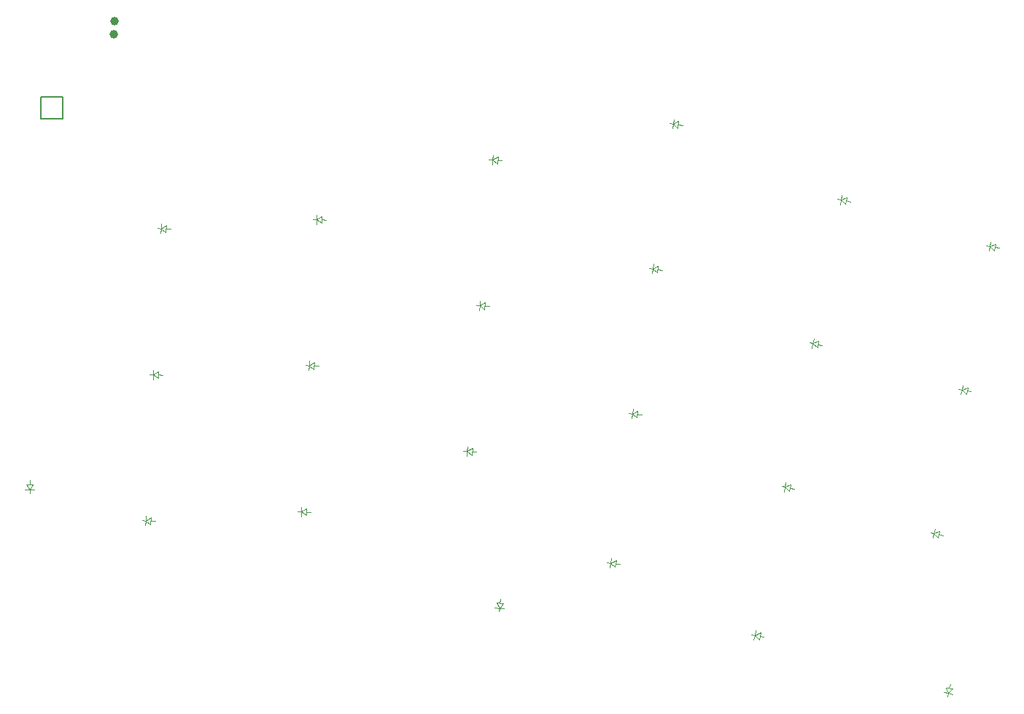
<source format=gbr>
%TF.GenerationSoftware,KiCad,Pcbnew,(6.0.9)*%
%TF.CreationDate,2022-11-07T09:36:57+01:00*%
%TF.ProjectId,itemun,6974656d-756e-42e6-9b69-6361645f7063,v1.0.0*%
%TF.SameCoordinates,Original*%
%TF.FileFunction,Legend,Bot*%
%TF.FilePolarity,Positive*%
%FSLAX46Y46*%
G04 Gerber Fmt 4.6, Leading zero omitted, Abs format (unit mm)*
G04 Created by KiCad (PCBNEW (6.0.9)) date 2022-11-07 09:36:57*
%MOMM*%
%LPD*%
G01*
G04 APERTURE LIST*
%ADD10C,0.100000*%
%ADD11C,0.150000*%
%ADD12C,1.000000*%
G04 APERTURE END LIST*
D10*
%TO.C,D23*%
X129576769Y-22453790D02*
X129036874Y-22348845D01*
X129298603Y-21788490D02*
X130083905Y-21941137D01*
X130083905Y-21941137D02*
X129576769Y-22453790D01*
X129500445Y-22846440D02*
X129576769Y-22453790D01*
X129691254Y-21864813D02*
X129786659Y-21374000D01*
X129576769Y-22453790D02*
X130116664Y-22558734D01*
X129576769Y-22453790D02*
X129298603Y-21788490D01*
%TO.C,D16*%
X117103369Y34890828D02*
X116998425Y34350933D01*
X116710719Y34967152D02*
X117103369Y34890828D01*
X117616022Y34383692D02*
X117103369Y34890828D01*
X117103369Y34890828D02*
X117208314Y35430723D01*
X117692346Y34776343D02*
X118183159Y34680938D01*
X117768669Y35168994D02*
X117616022Y34383692D01*
X117103369Y34890828D02*
X117768669Y35168994D01*
%TO.C,D5*%
X54079489Y-1327005D02*
X54478941Y-1347939D01*
X54478941Y-1347939D02*
X55099053Y-979889D01*
X55099053Y-979889D02*
X55057184Y-1778793D01*
X55057184Y-1778793D02*
X54478941Y-1347939D01*
X54478941Y-1347939D02*
X54450156Y-1897186D01*
X55078118Y-1379341D02*
X55577433Y-1405509D01*
X54478941Y-1347939D02*
X54507725Y-798693D01*
%TO.C,D2*%
X37019050Y-2035100D02*
X36977181Y-2834004D01*
X36998115Y-2434552D02*
X37497430Y-2460720D01*
X36977181Y-2834004D02*
X36398938Y-2403150D01*
X36398938Y-2403150D02*
X37019050Y-2035100D01*
X36398938Y-2403150D02*
X36427722Y-1853904D01*
X36398938Y-2403150D02*
X36370153Y-2952397D01*
X35999486Y-2382216D02*
X36398938Y-2403150D01*
%TO.C,D3*%
X37288649Y14573552D02*
X37259864Y14024305D01*
X37908761Y14941602D02*
X37866892Y14142698D01*
X37866892Y14142698D02*
X37288649Y14573552D01*
X37288649Y14573552D02*
X37908761Y14941602D01*
X37288649Y14573552D02*
X37317433Y15122798D01*
X37887826Y14542150D02*
X38387141Y14515982D01*
X36889197Y14594486D02*
X37288649Y14573552D01*
%TO.C,D7*%
X56258364Y32605466D02*
X56287148Y33154712D01*
X56258364Y32605466D02*
X56878476Y32973516D01*
X56258364Y32605466D02*
X56229579Y32056219D01*
X56857541Y32574064D02*
X57356856Y32547896D01*
X55858912Y32626400D02*
X56258364Y32605466D01*
X56878476Y32973516D02*
X56836607Y32174612D01*
X56836607Y32174612D02*
X56258364Y32605466D01*
%TO.C,D9*%
X75777708Y22554092D02*
X76275805Y22510514D01*
X75179991Y22606386D02*
X75227927Y23154293D01*
X75812570Y22952570D02*
X75742845Y22155614D01*
X75742845Y22155614D02*
X75179991Y22606386D01*
X74781513Y22641248D02*
X75179991Y22606386D01*
X75179991Y22606386D02*
X75812570Y22952570D01*
X75179991Y22606386D02*
X75132055Y22058478D01*
%TO.C,D4*%
X38178360Y31550254D02*
X38207144Y32099500D01*
X38178360Y31550254D02*
X38149575Y31001007D01*
X38798472Y31918304D02*
X38756603Y31119400D01*
X38756603Y31119400D02*
X38178360Y31550254D01*
X38178360Y31550254D02*
X38798472Y31918304D01*
X37778908Y31571188D02*
X38178360Y31550254D01*
X38777537Y31518852D02*
X39276852Y31492684D01*
%TO.C,D18*%
X131147288Y12805349D02*
X131042344Y12265454D01*
X131736265Y12690864D02*
X132227078Y12595459D01*
X131147288Y12805349D02*
X131812588Y13083515D01*
X130754638Y12881673D02*
X131147288Y12805349D01*
X131659941Y12298213D02*
X131147288Y12805349D01*
X131147288Y12805349D02*
X131252233Y13345244D01*
X131812588Y13083515D02*
X131659941Y12298213D01*
%TO.C,D21*%
X90369544Y-7306127D02*
X90292999Y-7850775D01*
X90369544Y-7306127D02*
X91019374Y-6993524D01*
X89973437Y-7250458D02*
X90369544Y-7306127D01*
X90908036Y-7785739D02*
X90369544Y-7306127D01*
X91019374Y-6993524D02*
X90908036Y-7785739D01*
X90369544Y-7306127D02*
X90446089Y-6761480D01*
X90963705Y-7389631D02*
X91458839Y-7459218D01*
%TO.C,D8*%
X74330922Y6017260D02*
X74261197Y5220304D01*
X74261197Y5220304D02*
X73698343Y5671076D01*
X73698343Y5671076D02*
X74330922Y6017260D01*
X73698343Y5671076D02*
X73650407Y5123168D01*
X73698343Y5671076D02*
X73746279Y6218983D01*
X74296060Y5618782D02*
X74794157Y5575204D01*
X73299865Y5705938D02*
X73698343Y5671076D01*
%TO.C,D13*%
X98217011Y43625734D02*
X98712145Y43556147D01*
X97622850Y43709238D02*
X97699395Y44253885D01*
X98161342Y43229626D02*
X97622850Y43709238D01*
X97622850Y43709238D02*
X98272680Y44021841D01*
X97226743Y43764907D02*
X97622850Y43709238D01*
X98272680Y44021841D02*
X98161342Y43229626D01*
X97622850Y43709238D02*
X97546305Y43164590D01*
%TO.C,D22*%
X107769475Y-15413409D02*
X107616828Y-16198711D01*
X107104175Y-15691575D02*
X106999231Y-16231470D01*
X107104175Y-15691575D02*
X107769475Y-15413409D01*
X107104175Y-15691575D02*
X107209120Y-15151680D01*
X106711525Y-15615251D02*
X107104175Y-15691575D01*
X107616828Y-16198711D02*
X107104175Y-15691575D01*
X107693152Y-15806060D02*
X108183965Y-15901465D01*
%TO.C,D11*%
X92890964Y10040124D02*
X93540794Y10352727D01*
X92494857Y10095793D02*
X92890964Y10040124D01*
X93540794Y10352727D02*
X93429456Y9560512D01*
X93485125Y9956620D02*
X93980259Y9887033D01*
X93429456Y9560512D02*
X92890964Y10040124D01*
X92890964Y10040124D02*
X92967509Y10584771D01*
X92890964Y10040124D02*
X92814419Y9495476D01*
%TO.C,D19*%
X134980018Y29378526D02*
X135470831Y29283121D01*
X134903694Y28985875D02*
X134391041Y29493011D01*
X133998391Y29569335D02*
X134391041Y29493011D01*
X135056341Y29771177D02*
X134903694Y28985875D01*
X134391041Y29493011D02*
X135056341Y29771177D01*
X134391041Y29493011D02*
X134495986Y30032906D01*
X134391041Y29493011D02*
X134286097Y28953116D01*
%TO.C,D20*%
X77472254Y-12577283D02*
X78020162Y-12625219D01*
X77524548Y-11979566D02*
X77568126Y-11481469D01*
X77923026Y-12014429D02*
X77472254Y-12577283D01*
X77472254Y-12577283D02*
X77126070Y-11944704D01*
X77437392Y-12975761D02*
X77472254Y-12577283D01*
X77126070Y-11944704D02*
X77923026Y-12014429D01*
X77472254Y-12577283D02*
X76924347Y-12529347D01*
%TO.C,D12*%
X95851068Y26791177D02*
X96346202Y26721590D01*
X95906737Y27187284D02*
X95795399Y26395069D01*
X95256907Y26874681D02*
X95333452Y27419328D01*
X95256907Y26874681D02*
X95180362Y26330033D01*
X95795399Y26395069D02*
X95256907Y26874681D01*
X94860800Y26930350D02*
X95256907Y26874681D01*
X95256907Y26874681D02*
X95906737Y27187284D01*
%TO.C,D1*%
X22531505Y1818803D02*
X23331505Y1818803D01*
X23331505Y1818803D02*
X22931505Y1218803D01*
X22931505Y1218803D02*
X22531505Y1818803D01*
X22931505Y818803D02*
X22931505Y1218803D01*
X22931505Y1218803D02*
X22381505Y1218803D01*
X22931505Y1818803D02*
X22931505Y2318803D01*
X22931505Y1218803D02*
X23481505Y1218803D01*
%TO.C,D15*%
X114372269Y17696029D02*
X113859616Y18203165D01*
X113859616Y18203165D02*
X113754672Y17663270D01*
X114448593Y18088680D02*
X114939406Y17993275D01*
X113466966Y18279489D02*
X113859616Y18203165D01*
X113859616Y18203165D02*
X114524916Y18481331D01*
X113859616Y18203165D02*
X113964561Y18743060D01*
X114524916Y18481331D02*
X114372269Y17696029D01*
%TO.C,D6*%
X55368653Y15628764D02*
X55988765Y15996814D01*
X55946896Y15197910D02*
X55368653Y15628764D01*
X55967830Y15597362D02*
X56467145Y15571194D01*
X54969201Y15649698D02*
X55368653Y15628764D01*
X55368653Y15628764D02*
X55397437Y16178010D01*
X55368653Y15628764D02*
X55339868Y15079517D01*
X55988765Y15996814D02*
X55946896Y15197910D01*
D11*
%TO.C,MCU1*%
X24281505Y46808803D02*
X26821505Y46808803D01*
X24281505Y46808803D02*
X24281505Y44268803D01*
X24281505Y44268803D02*
X26821505Y44268803D01*
X26821505Y44268803D02*
X26821505Y46808803D01*
D10*
%TO.C,D14*%
X111281164Y1793669D02*
X111128517Y1008367D01*
X111128517Y1008367D02*
X110615864Y1515503D01*
X110615864Y1515503D02*
X111281164Y1793669D01*
X110615864Y1515503D02*
X110720809Y2055398D01*
X110223214Y1591827D02*
X110615864Y1515503D01*
X110615864Y1515503D02*
X110510920Y975608D01*
X111204841Y1401018D02*
X111695654Y1305613D01*
%TO.C,D10*%
X76661639Y39541696D02*
X76613703Y38993788D01*
X77259356Y39489402D02*
X77757453Y39445824D01*
X76661639Y39541696D02*
X77294218Y39887880D01*
X76661639Y39541696D02*
X76709575Y40089603D01*
X77224493Y39090924D02*
X76661639Y39541696D01*
X76263161Y39576558D02*
X76661639Y39541696D01*
X77294218Y39887880D02*
X77224493Y39090924D01*
%TO.C,D17*%
X127510885Y-3805989D02*
X127903535Y-3882313D01*
X128568835Y-3604147D02*
X128416188Y-4389449D01*
X127903535Y-3882313D02*
X127798591Y-4422208D01*
X128416188Y-4389449D02*
X127903535Y-3882313D01*
X127903535Y-3882313D02*
X128568835Y-3604147D01*
X127903535Y-3882313D02*
X128008480Y-3342418D01*
X128492512Y-3996798D02*
X128983325Y-4092203D01*
%TD*%
D12*
%TO.C,*%
X32701949Y54117795D03*
X32780453Y55615739D03*
%TD*%
M02*

</source>
